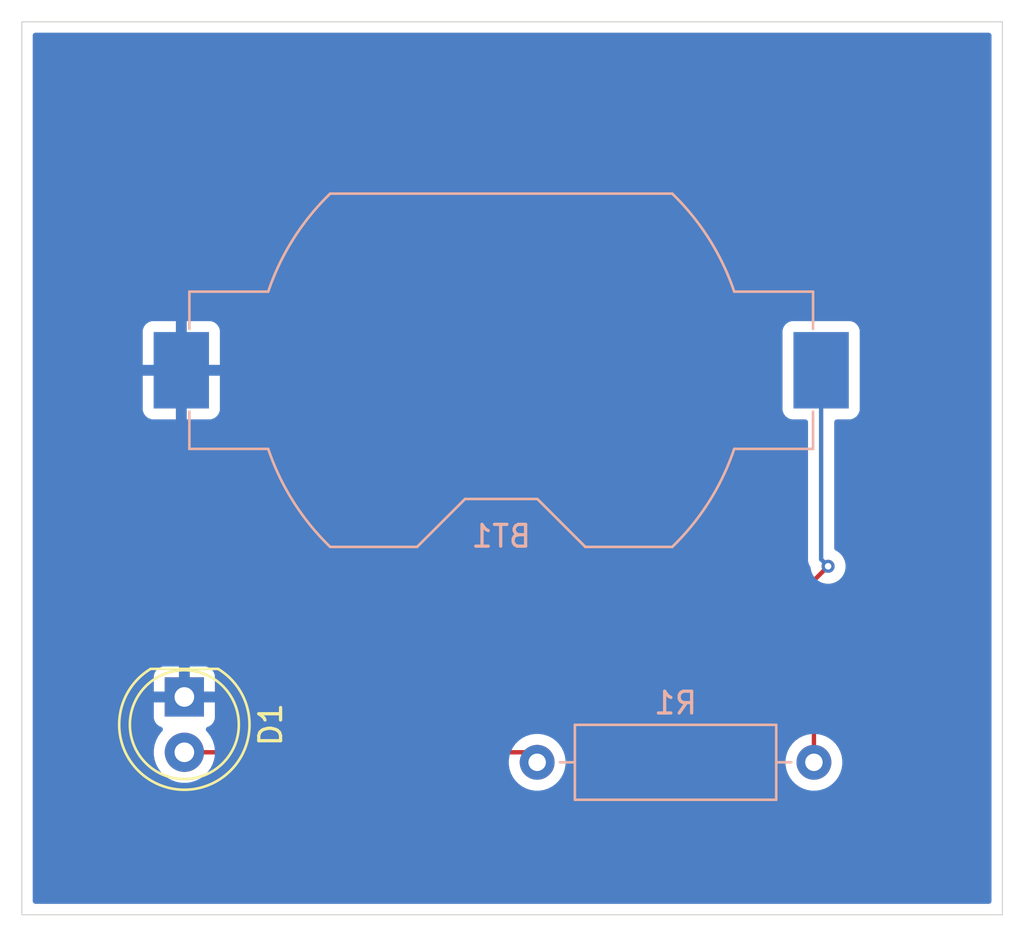
<source format=kicad_pcb>
(kicad_pcb (version 20241229) (generator "pcbnew") (generator_version "9.0")
  (layers (0 "F.Cu" signal) (2 "B.Cu" signal) (13 "F.Paste" user) (15 "B.Paste" user) (5 "F.SilkS" user "F.Silkscreen") (7 "B.SilkS" user "B.Silkscreen") (1 "F.Mask" user) (3 "B.Mask" user) (25 "Edge.Cuts" user))
  (net 0 "")
  (net 1 "VCC")
  (net 2 "GND")
  (net 3 "/led")
  (footprint "LED_THT:LED_D5.0mm" (layer "F.Cu") (at 65.46 75 -90)
    (property "Reference" "D1" (at 1.27 -3.96 90) (layer "F.SilkS"))
    (property "Value" "LED")
    (fp_line (start -1.29 -1.545) (end -1.29 1.545) (stroke (width 0.12)) (layer "F.SilkS"))
    (fp_arc (start 4.26 0.000048) (mid 2.071756 2.880501) (end -1.29 1.54483) (stroke (width 0.12)) (layer "F.SilkS"))
    (fp_arc (start -1.29 -1.54483) (mid 2.071756 -2.880501) (end 4.26 -0.000048) (stroke (width 0.12)) (layer "F.SilkS"))
    (fp_circle (center 1.27 0) (end 3.77 0) (stroke (width 0.12)) (fill no) (layer "F.SilkS"))
    (pad "1" thru_hole rect (at 0 0 270) (size 1.8 1.8) (drill 0.9) (layers "*.Cu" "*.Mask") (net 2 "GND"))
    (pad "2" thru_hole circle (at 2.54 0 270) (size 1.8 1.8) (drill 0.9) (layers "*.Cu" "*.Mask") (net 3 "/led"))
  )
  (footprint "Resistor_THT:R_Axial_DIN0309_L9.0mm_D3.2mm_P12.70mm_Horizontal" (layer "B.Cu") (at 94.35 78 180)
    (property "Reference" "R1" (at 6.35 2.72 0) (layer "B.SilkS") (effects (justify mirror)))
    (property "Value" "1k")
    (fp_line (start 11.66 0) (end 10.97 0) (stroke (width 0.12)) (layer "B.SilkS"))
    (fp_line (start 10.97 1.72) (end 1.73 1.72) (stroke (width 0.12)) (layer "B.SilkS"))
    (fp_line (start 10.97 -1.72) (end 10.97 1.72) (stroke (width 0.12)) (layer "B.SilkS"))
    (fp_line (start 1.73 1.72) (end 1.73 -1.72) (stroke (width 0.12)) (layer "B.SilkS"))
    (fp_line (start 1.73 -1.72) (end 10.97 -1.72) (stroke (width 0.12)) (layer "B.SilkS"))
    (fp_line (start 1.04 0) (end 1.73 0) (stroke (width 0.12)) (layer "B.SilkS"))
    (pad "1" thru_hole circle (at 0 0 180) (size 1.6 1.6) (drill 0.8) (layers "*.Cu" "*.Mask") (net 1 "VCC"))
    (pad "2" thru_hole oval (at 12.7 0 180) (size 1.6 1.6) (drill 0.8) (layers "*.Cu" "*.Mask") (net 3 "/led"))
  )
  (footprint "Battery:BatteryHolder_Keystone_1058_1x2032" (layer "B.Cu") (at 80 60 180)
    (property "Reference" "BT1" (at 0 -7.62 0) (layer "B.SilkS") (effects (justify mirror)))
    (property "Value" "3v")
    (fp_line (start 14.31 1.9) (end 14.31 3.61) (stroke (width 0.12)) (layer "B.SilkS"))
    (fp_line (start 14.31 -1.9) (end 14.31 -3.61) (stroke (width 0.12)) (layer "B.SilkS"))
    (fp_line (start 14.31 -3.61) (end 10.692 -3.61) (stroke (width 0.12)) (layer "B.SilkS"))
    (fp_line (start 10.692 3.61) (end 14.31 3.61) (stroke (width 0.12)) (layer "B.SilkS"))
    (fp_line (start 7.8473 -8.11) (end 3.86 -8.11) (stroke (width 0.12)) (layer "B.SilkS"))
    (fp_line (start 1.66 -5.91) (end 3.86 -8.11) (stroke (width 0.12)) (layer "B.SilkS"))
    (fp_line (start 1.66 -5.91) (end -1.66 -5.91) (stroke (width 0.12)) (layer "B.SilkS"))
    (fp_line (start -1.66 -5.91) (end -3.86 -8.11) (stroke (width 0.12)) (layer "B.SilkS"))
    (fp_line (start -3.86 -8.11) (end -7.8473 -8.11) (stroke (width 0.12)) (layer "B.SilkS"))
    (fp_line (start -7.8473 8.11) (end 7.8473 8.11) (stroke (width 0.12)) (layer "B.SilkS"))
    (fp_line (start -10.692 -3.61) (end -14.31 -3.61) (stroke (width 0.12)) (layer "B.SilkS"))
    (fp_line (start -14.31 3.61) (end -10.692 3.61) (stroke (width 0.12)) (layer "B.SilkS"))
    (fp_line (start -14.31 1.9) (end -14.31 3.61) (stroke (width 0.12)) (layer "B.SilkS"))
    (fp_line (start -14.31 -1.9) (end -14.31 -3.61) (stroke (width 0.12)) (layer "B.SilkS"))
    (fp_arc (start 10.692 3.61) (mid 9.538084 6.031244) (end 7.845371 8.111789) (stroke (width 0.12)) (layer "B.SilkS"))
    (fp_arc (start 7.845371 -8.111789) (mid 9.538084 -6.031244) (end 10.692 -3.61) (stroke (width 0.12)) (layer "B.SilkS"))
    (fp_arc (start -7.845371 8.111789) (mid -9.538084 6.031244) (end -10.692 3.61) (stroke (width 0.12)) (layer "B.SilkS"))
    (fp_arc (start -10.692 -3.61) (mid -9.538085 -6.031245) (end -7.845371 -8.111789) (stroke (width 0.12)) (layer "B.SilkS"))
    (pad "1" smd rect (at -14.68 0 180) (size 2.54 3.51) (layers "B.Cu" "B.Mask" "B.Paste") (net 1 "VCC"))
    (pad "2" smd rect (at 14.68 0 180) (size 2.54 3.51) (layers "B.Cu" "B.Mask" "B.Paste") (net 2 "GND"))
  )
  (gr_rect (start 58 44) (end 103 85) (stroke (width 0.05)) (fill no) (layer "Edge.Cuts"))
  (segment (start 94.35 69.65) (end 95 69) (width 0.2) (layer "F.Cu") (net 1))
  (segment (start 94.35 78) (end 94.35 69.65) (width 0.2) (layer "F.Cu") (net 1))
  (via (at 95 69) (size 0.6) (drill 0.3) (layers "F.Cu" "B.Cu") (net 1))
  (segment (start 94.68 60) (end 94.68 68.68) (width 0.2) (layer "B.Cu") (net 1))
  (segment (start 94.68 68.68) (end 95 69) (width 0.2) (layer "B.Cu") (net 1))
  (segment (start 65.32 60) (end 65.32 74.86) (width 0.2) (layer "B.Cu") (net 2))
  (segment (start 65.32 74.86) (end 65.46 75) (width 0.2) (layer "B.Cu") (net 2))
  (segment (start 65.46 77.54) (end 81.19 77.54) (width 0.2) (layer "F.Cu") (net 3))
  (segment (start 81.19 77.54) (end 81.65 78) (width 0.2) (layer "F.Cu") (net 3))
  (zone (net 2) (net_name "GND") (layer "B.Cu") (connect_pads (clearance 0.5)) (min_thickness 0.25) (fill yes (thermal_gap 0.5) (thermal_bridge_width 0.5))
    (polygon (pts (xy 57 43) (xy 57 86) (xy 104 86) (xy 104 43)))
  )
)
</source>
